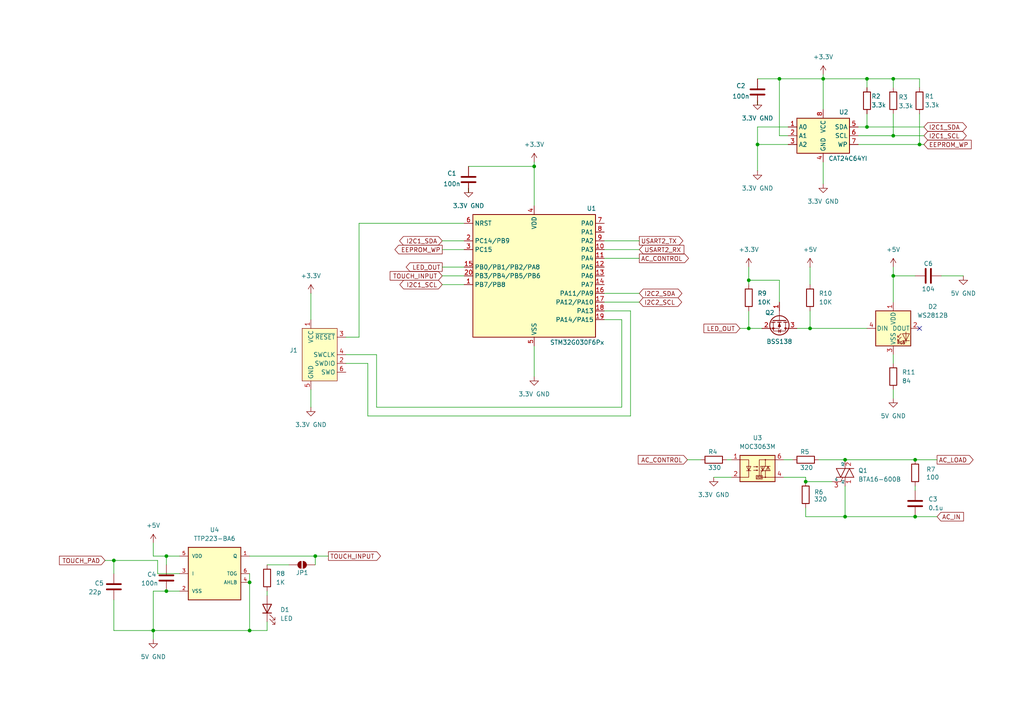
<source format=kicad_sch>
(kicad_sch (version 20231120) (generator "eeschema") (generator_version "8.0")
  (paper "A4")
  (title_block (title "Capactive Touch (AC-ON/OFF)") (date "2024-04-18") (rev "V0.1"))
  (lib_symbols
    (symbol "Connector:Conn_ARM_SWD_TagConnect_TC2030-NL" (in_bom no)
      (property "Reference" "J" (at 2.54 11.43 0))
      (property "Value" "Conn_ARM_SWD_TagConnect_TC2030-NL" (at 2.54 8.89 0))
      (symbol "Conn_ARM_SWD_TagConnect_TC2030-NL_0_0"
        (pin power_in line (at -2.54 10.16 270) (length 2.54) (name "VCC") (number "1"))
        (pin bidirectional line (at 7.62 -2.54 180) (length 2.54) (name "SWDIO") (number "2"))
        (pin open_collector line (at 7.62 5.08 180) (length 2.54) (name "~{RESET}") (number "3"))
        (pin output line (at 7.62 0 180) (length 2.54) (name "SWCLK") (number "4"))
        (pin power_in line (at -2.54 -10.16 90) (length 2.54) (name "GND") (number "5"))
        (pin input line (at 7.62 -5.08 180) (length 2.54) (name "SWO") (number "6"))
      )
      (symbol "Conn_ARM_SWD_TagConnect_TC2030-NL_0_1"
        (rectangle (start -5.08 7.62) (end 5.08 -7.62) (fill (type background)))
      )
    )
    (symbol "Device:C" (pin_numbers hide) (pin_names (offset 0.254))
      (property "Reference" "C" (at 0.635 2.54 0))
      (property "Value" "C" (at 0.635 -2.54 0))
      (symbol "C_0_1"
        (polyline (pts (xy -2.032 -0.762) (xy 2.032 -0.762)) (stroke (width 0.508)))
        (polyline (pts (xy -2.032 0.762) (xy 2.032 0.762)) (stroke (width 0.508)))
      )
      (symbol "C_1_1"
        (pin passive line (at 0 3.81 270) (length 2.794) (name "~") (number "1"))
        (pin passive line (at 0 -3.81 90) (length 2.794) (name "~") (number "2"))
      )
    )
    (symbol "Device:LED" (pin_numbers hide) (pin_names (offset 1.016) hide)
      (property "Reference" "D" (at 0 2.54 0))
      (property "Value" "LED" (at 0 -2.54 0))
      (symbol "LED_0_1"
        (polyline (pts (xy -1.27 -1.27) (xy -1.27 1.27)) (stroke (width 0.254)))
        (polyline (pts (xy -1.27 0) (xy 1.27 0)))
        (polyline (pts (xy 1.27 -1.27) (xy 1.27 1.27) (xy -1.27 0) (xy 1.27 -1.27)) (stroke (width 0.254)))
        (polyline (pts (xy -3.048 -0.762) (xy -4.572 -2.286) (xy -3.81 -2.286) (xy -4.572 -2.286) (xy -4.572 -1.524)))
        (polyline (pts (xy -1.778 -0.762) (xy -3.302 -2.286) (xy -2.54 -2.286) (xy -3.302 -2.286) (xy -3.302 -1.524)))
      )
      (symbol "LED_1_1"
        (pin passive line (at -3.81 0 0) (length 2.54) (name "K") (number "1"))
        (pin passive line (at 3.81 0 180) (length 2.54) (name "A") (number "2"))
      )
    )
    (symbol "Device:R" (pin_numbers hide) (pin_names (offset 0))
      (property "Reference" "R" (at 2.032 0 90))
      (property "Value" "R" (at 0 0 90))
      (symbol "R_0_1"
        (rectangle (start -1.016 -2.54) (end 1.016 2.54) (stroke (width 0.254)))
      )
      (symbol "R_1_1"
        (pin passive line (at 0 3.81 270) (length 1.27) (name "~") (number "1"))
        (pin passive line (at 0 -3.81 90) (length 1.27) (name "~") (number "2"))
      )
    )
    (symbol "Jumper:SolderJumper_2_Open" (pin_numbers hide) (pin_names (offset 0) hide) (exclude_from_sim yes) (in_bom no)
      (property "Reference" "JP" (at 0 2.032 0))
      (property "Value" "SolderJumper_2_Open" (at 0 -2.54 0))
      (symbol "SolderJumper_2_Open_0_1"
        (arc (start -0.254 1.016) (mid -1.2656 0) (end -0.254 -1.016))
        (arc (start -0.254 1.016) (mid -1.2656 0) (end -0.254 -1.016) (fill (type outline)))
        (polyline (pts (xy -0.254 1.016) (xy -0.254 -1.016)))
        (polyline (pts (xy 0.254 1.016) (xy 0.254 -1.016)))
        (arc (start 0.254 -1.016) (mid 1.2656 0) (end 0.254 1.016))
        (arc (start 0.254 -1.016) (mid 1.2656 0) (end 0.254 1.016) (fill (type outline)))
      )
      (symbol "SolderJumper_2_Open_1_1"
        (pin passive line (at -3.81 0 0) (length 2.54) (name "A") (number "1"))
        (pin passive line (at 3.81 0 180) (length 2.54) (name "B") (number "2"))
      )
    )
    (symbol "LED:WS2812B" (pin_names (offset 0.254))
      (property "Reference" "D" (at 5.08 5.715 0))
      (property "Value" "WS2812B" (at 1.27 -5.715 0))
      (symbol "WS2812B_0_0"
        (text "RGB" (at 2.286 -4.191 0) (effects (font (size 0.762 0.762))))
      )
      (symbol "WS2812B_0_1"
        (polyline (pts (xy 1.27 -3.556) (xy 1.778 -3.556)))
        (polyline (pts (xy 1.27 -2.54) (xy 1.778 -2.54)))
        (polyline (pts (xy 4.699 -3.556) (xy 2.667 -3.556)))
        (polyline (pts (xy 2.286 -2.54) (xy 1.27 -3.556) (xy 1.27 -3.048)))
        (polyline (pts (xy 2.286 -1.524) (xy 1.27 -2.54) (xy 1.27 -2.032)))
        (polyline (pts (xy 3.683 -1.016) (xy 3.683 -3.556) (xy 3.683 -4.064)))
        (polyline (pts (xy 4.699 -1.524) (xy 2.667 -1.524) (xy 3.683 -3.556) (xy 4.699 -1.524)))
        (rectangle (start 5.08 5.08) (end -5.08 -5.08) (stroke (width 0.254)) (fill (type background)))
      )
      (symbol "WS2812B_1_1"
        (pin power_in line (at 0 7.62 270) (length 2.54) (name "VDD") (number "1"))
        (pin output line (at 7.62 0 180) (length 2.54) (name "DOUT") (number "2"))
        (pin power_in line (at 0 -7.62 90) (length 2.54) (name "VSS") (number "3"))
        (pin input line (at -7.62 0 0) (length 2.54) (name "DIN") (number "4"))
      )
    )
    (symbol "MCU_ST_STM32G0:STM32G030F6Px"
      (property "Reference" "U" (at -17.78 19.05 0))
      (property "Value" "STM32G030F6Px" (at 2.54 19.05 0))
      (symbol "STM32G030F6Px_0_1"
        (rectangle (start -17.78 -17.78) (end 17.78 17.78) (stroke (width 0.254)) (fill (type background)))
      )
      (symbol "STM32G030F6Px_1_1"
        (pin bidirectional line (at -20.32 -2.54 0) (length 2.54) (name "PB7/PB8") (number "1"))
        (pin bidirectional line (at 20.32 7.62 180) (length 2.54) (name "PA3") (number "10"))
        (pin bidirectional line (at 20.32 5.08 180) (length 2.54) (name "PA4") (number "11"))
        (pin bidirectional line (at 20.32 2.54 180) (length 2.54) (name "PA5") (number "12"))
        (pin bidirectional line (at 20.32 0 180) (length 2.54) (name "PA6") (number "13"))
        (pin bidirectional line (at 20.32 -2.54 180) (length 2.54) (name "PA7") (number "14"))
        (pin bidirectional line (at -20.32 2.54 0) (length 2.54) (name "PB0/PB1/PB2/PA8") (number "15"))
        (pin bidirectional line (at 20.32 -5.08 180) (length 2.54) (name "PA11/PA9") (number "16"))
        (pin bidirectional line (at 20.32 -7.62 180) (length 2.54) (name "PA12/PA10") (number "17"))
        (pin bidirectional line (at 20.32 -10.16 180) (length 2.54) (name "PA13") (number "18"))
        (pin bidirectional line (at 20.32 -12.7 180) (length 2.54) (name "PA14/PA15") (number "19"))
        (pin bidirectional line (at -20.32 10.16 0) (length 2.54) (name "PC14/PB9") (number "2"))
        (pin bidirectional line (at -20.32 0 0) (length 2.54) (name "PB3/PB4/PB5/PB6") (number "20"))
        (pin bidirectional line (at -20.32 7.62 0) (length 2.54) (name "PC15") (number "3"))
        (pin power_in line (at 0 20.32 270) (length 2.54) (name "VDD") (number "4"))
        (pin power_in line (at 0 -20.32 90) (length 2.54) (name "VSS") (number "5"))
        (pin input line (at -20.32 15.24 0) (length 2.54) (name "NRST") (number "6"))
        (pin bidirectional line (at 20.32 15.24 180) (length 2.54) (name "PA0") (number "7"))
        (pin bidirectional line (at 20.32 12.7 180) (length 2.54) (name "PA1") (number "8"))
        (pin bidirectional line (at 20.32 10.16 180) (length 2.54) (name "PA2") (number "9"))
      )
    )
    (symbol "Memory_EEPROM:CAT24C128"
      (property "Reference" "U" (at -6.35 6.35 0))
      (property "Value" "CAT24C128" (at 1.27 6.35 0))
      (symbol "CAT24C128_1_1"
        (rectangle (start -7.62 5.08) (end 7.62 -5.08) (stroke (width 0.254)) (fill (type background)))
        (pin input line (at -10.16 2.54 0) (length 2.54) (name "A0") (number "1"))
        (pin input line (at -10.16 0 0) (length 2.54) (name "A1") (number "2"))
        (pin input line (at -10.16 -2.54 0) (length 2.54) (name "A2") (number "3"))
        (pin power_in line (at 0 -7.62 90) (length 2.54) (name "GND") (number "4"))
        (pin bidirectional line (at 10.16 2.54 180) (length 2.54) (name "SDA") (number "5"))
        (pin input line (at 10.16 0 180) (length 2.54) (name "SCL") (number "6"))
        (pin input line (at 10.16 -2.54 180) (length 2.54) (name "WP") (number "7"))
        (pin power_in line (at 0 7.62 270) (length 2.54) (name "VCC") (number "8"))
      )
    )
    (symbol "Relay_SolidState:MOC3063M"
      (property "Reference" "U" (at -5.08 5.08 0))
      (property "Value" "MOC3063M" (at 0 5.08 0))
      (symbol "MOC3063M_0_0"
        (rectangle (start -0.381 -2.032) (end 1.397 -3.048))
        (polyline (pts (xy 2.286 -2.54) (xy 1.397 -2.54)))
        (polyline (pts (xy 1.524 -0.635) (xy 1.016 -1.016) (xy 1.016 -2.032)))
        (text "ZCD" (at 0.508 -2.54 0) (effects (font (size 0.508 0.508))))
      )
      (symbol "MOC3063M_0_1"
        (rectangle (start -5.08 3.81) (end 5.08 -3.81) (stroke (width 0.254)) (fill (type background)))
        (polyline (pts (xy -3.175 -0.635) (xy -1.905 -0.635)))
        (polyline (pts (xy 1.524 -0.635) (xy 1.524 0.635)))
        (polyline (pts (xy 3.048 0.635) (xy 3.048 -0.635)))
        (polyline (pts (xy 2.286 -0.635) (xy 2.286 -2.54) (xy 5.08 -2.54)))
        (polyline (pts (xy 2.286 0.635) (xy 2.286 2.54) (xy 5.08 2.54)))
        (polyline (pts (xy 2.286 2.54) (xy 0.508 2.54) (xy 0.508 -2.032)))
        (polyline (pts (xy -5.08 2.54) (xy -2.54 2.54) (xy -2.54 -2.54) (xy -5.08 -2.54)))
        (polyline (pts (xy -2.54 -0.635) (xy -3.175 0.635) (xy -1.905 0.635) (xy -2.54 -0.635)))
        (polyline (pts (xy 0.889 -0.635) (xy 3.683 -0.635) (xy 3.048 0.635) (xy 2.413 -0.635)))
        (polyline (pts (xy 3.683 0.635) (xy 0.889 0.635) (xy 1.524 -0.635) (xy 2.159 0.635)))
        (polyline (pts (xy -1.143 -0.508) (xy 0.127 -0.508) (xy -0.254 -0.635) (xy -0.254 -0.381) (xy 0.127 -0.508)))
        (polyline (pts (xy -1.143 0.508) (xy 0.127 0.508) (xy -0.254 0.381) (xy -0.254 0.635) (xy 0.127 0.508)))
        (circle (center 2.286 -2.54) (radius 0.127))
        (circle (center 2.286 2.54) (radius 0.127))
      )
      (symbol "MOC3063M_1_1"
        (pin passive line (at -7.62 2.54 0) (length 2.54) (name "~") (number "1"))
        (pin passive line (at -7.62 -2.54 0) (length 2.54) (name "~") (number "2"))
        (pin no_connect line (at -5.08 0 0) (length 2.54) hide (name "NC") (number "3"))
        (pin passive line (at 7.62 -2.54 180) (length 2.54) (name "~") (number "4"))
        (pin no_connect line (at 5.08 0 180) (length 2.54) hide (name "NC") (number "5"))
        (pin passive line (at 7.62 2.54 180) (length 2.54) (name "~") (number "6"))
      )
    )
    (symbol "TTP223:TTP223-BA6" (pin_names (offset 1.016))
      (property "Reference" "U" (at -7.62 8.128 0))
      (property "Value" "TTP223-BA6" (at -7.62 -9.906 0))
      (symbol "TTP223-BA6_0_0"
        (rectangle (start -7.62 -7.62) (end 7.62 7.62) (stroke (width 0.254)) (fill (type background)))
        (pin output line (at 10.16 5.08 180) (length 2.54) (name "Q") (number "1"))
        (pin power_in line (at -10.16 -5.08 0) (length 2.54) (name "VSS") (number "2"))
        (pin bidirectional line (at -10.16 0 0) (length 2.54) (name "I") (number "3"))
        (pin input line (at 10.16 -2.54 180) (length 2.54) (name "AHLB") (number "4"))
        (pin power_in line (at -10.16 5.08 0) (length 2.54) (name "VDD") (number "5"))
        (pin input line (at 10.16 0 180) (length 2.54) (name "TOG") (number "6"))
      )
    )
    (symbol "Transistor_FET:BSS138" (pin_names hide)
      (property "Reference" "Q" (at 5.08 1.905 0))
      (property "Value" "BSS138" (at 5.08 0 0))
      (symbol "BSS138_0_1"
        (polyline (pts (xy 0.254 0) (xy -2.54 0)))
        (polyline (pts (xy 0.254 1.905) (xy 0.254 -1.905)) (stroke (width 0.254)))
        (polyline (pts (xy 0.762 -1.27) (xy 0.762 -2.286)) (stroke (width 0.254)))
        (polyline (pts (xy 0.762 0.508) (xy 0.762 -0.508)) (stroke (width 0.254)))
        (polyline (pts (xy 0.762 2.286) (xy 0.762 1.27)) (stroke (width 0.254)))
        (polyline (pts (xy 2.54 2.54) (xy 2.54 1.778)))
        (polyline (pts (xy 2.54 -2.54) (xy 2.54 0) (xy 0.762 0)))
        (polyline (pts (xy 0.762 -1.778) (xy 3.302 -1.778) (xy 3.302 1.778) (xy 0.762 1.778)))
        (polyline (pts (xy 1.016 0) (xy 2.032 0.381) (xy 2.032 -0.381) (xy 1.016 0)) (fill (type outline)))
        (polyline (pts (xy 2.794 0.508) (xy 2.921 0.381) (xy 3.683 0.381) (xy 3.81 0.254)))
        (polyline (pts (xy 3.302 0.381) (xy 2.921 -0.254) (xy 3.683 -0.254) (xy 3.302 0.381)))
        (circle (center 1.651 0) (radius 2.794) (stroke (width 0.254)))
        (circle (center 2.54 -1.778) (radius 0.254) (fill (type outline)))
        (circle (center 2.54 1.778) (radius 0.254) (fill (type outline)))
      )
      (symbol "BSS138_1_1"
        (pin input line (at -5.08 0 0) (length 2.54) (name "G") (number "1"))
        (pin passive line (at 2.54 -5.08 90) (length 2.54) (name "S") (number "2"))
        (pin passive line (at 2.54 5.08 270) (length 2.54) (name "D") (number "3"))
      )
    )
    (symbol "Triac_Thyristor:BTA16-600B" (pin_names (offset 0))
      (property "Reference" "Q" (at 5.08 1.905 0))
      (property "Value" "BTA16-600B" (at 5.08 0 0))
      (symbol "BTA16-600B_0_1"
        (polyline (pts (xy -2.54 -1.27) (xy 2.54 -1.27)) (stroke (width 0.2032)))
        (polyline (pts (xy -2.54 1.27) (xy 2.54 1.27)) (stroke (width 0.2032)))
        (polyline (pts (xy -1.27 -2.54) (xy -0.635 -1.27)))
        (polyline (pts (xy -2.54 1.27) (xy -1.27 -1.27) (xy 0 1.27)) (stroke (width 0.2032)))
        (polyline (pts (xy 0 -1.27) (xy 1.27 1.27) (xy 2.54 -1.27)) (stroke (width 0.2032)))
      )
      (symbol "BTA16-600B_1_1"
        (pin passive line (at 0 -3.81 90) (length 2.54) (name "A1") (number "1"))
        (pin passive line (at 0 3.81 270) (length 2.54) (name "A2") (number "2"))
        (pin input line (at -3.81 -2.54 0) (length 2.54) (name "G") (number "3"))
      )
    )
    (symbol "power:+3.3V" (power) (pin_numbers hide) (pin_names (offset 0) hide)
      (property "Value" "+3.3V" (at 0 3.556 0))
      (symbol "+3.3V_0_1"
        (polyline (pts (xy -0.762 1.27) (xy 0 2.54)))
        (polyline (pts (xy 0 0) (xy 0 2.54)))
        (polyline (pts (xy 0 2.54) (xy 0.762 1.27)))
      )
      (symbol "+3.3V_1_1"
        (pin power_in line (at 0 0 90) (length 0) (name "~") (number "1"))
      )
    )
    (symbol "power:+5V" (power) (pin_numbers hide) (pin_names (offset 0) hide)
      (property "Value" "+5V" (at 0 3.556 0))
      (symbol "+5V_0_1"
        (polyline (pts (xy -0.762 1.27) (xy 0 2.54)))
        (polyline (pts (xy 0 0) (xy 0 2.54)))
        (polyline (pts (xy 0 2.54) (xy 0.762 1.27)))
      )
      (symbol "+5V_1_1"
        (pin power_in line (at 0 0 90) (length 0) (name "~") (number "1"))
      )
    )
    (symbol "power:GND" (power) (pin_numbers hide) (pin_names (offset 0) hide)
      (property "Value" "GND" (at 0 -3.81 0))
      (symbol "GND_0_1"
        (polyline (pts (xy 0 0) (xy 0 -1.27) (xy 1.27 -1.27) (xy 0 -2.54) (xy -1.27 -1.27) (xy 0 -1.27)))
      )
      (symbol "GND_1_1"
        (pin power_in line (at 0 0 270) (length 0) (name "~") (number "1"))
      )
    )
  )
  (junction (at 33.02 162.56))
  (junction (at 266.7 41.91))
  (junction (at 48.26 171.45))
  (junction (at 259.08 22.86))
  (junction (at 48.26 161.29))
  (junction (at 219.71 41.91))
  (junction (at 226.06 22.86))
  (junction (at 217.17 81.28))
  (junction (at 234.95 95.25))
  (junction (at 72.39 182.88))
  (junction (at 259.08 39.37))
  (junction (at 238.76 22.86))
  (junction (at 72.39 168.91))
  (junction (at 154.94 48.26))
  (junction (at 265.43 133.35))
  (junction (at 259.08 80.01))
  (junction (at 91.44 161.29))
  (junction (at 217.17 95.25))
  (junction (at 265.43 149.86))
  (junction (at 251.46 36.83))
  (junction (at 245.11 149.86))
  (junction (at 44.45 182.88))
  (junction (at 245.11 133.35))
  (junction (at 251.46 22.86))
  (junction (at 233.68 139.7))
  (no_connect (at 266.7 95.25))
  (wire (pts (xy 238.76 21.59) (xy 238.76 22.86)))
  (wire (pts (xy 207.01 138.43) (xy 212.09 138.43)))
  (wire (pts (xy 109.22 102.87) (xy 109.22 118.11)))
  (wire (pts (xy 182.88 120.65) (xy 182.88 90.17)))
  (wire (pts (xy 251.46 33.02) (xy 251.46 36.83)))
  (wire (pts (xy 128.27 82.55) (xy 134.62 82.55)))
  (wire (pts (xy 48.26 161.29) (xy 48.26 163.83)))
  (wire (pts (xy 100.33 102.87) (xy 109.22 102.87)))
  (wire (pts (xy 238.76 46.99) (xy 238.76 53.34)))
  (wire (pts (xy 265.43 149.86) (xy 271.78 149.86)))
  (wire (pts (xy 266.7 41.91) (xy 267.97 41.91)))
  (wire (pts (xy 210.82 133.35) (xy 212.09 133.35)))
  (wire (pts (xy 72.39 182.88) (xy 44.45 182.88)))
  (wire (pts (xy 219.71 29.21) (xy 219.71 30.48)))
  (wire (pts (xy 219.71 41.91) (xy 219.71 49.53)))
  (wire (pts (xy 259.08 113.03) (xy 259.08 115.57)))
  (wire (pts (xy 128.27 69.85) (xy 134.62 69.85)))
  (wire (pts (xy 91.44 161.29) (xy 91.44 163.83)))
  (wire (pts (xy 106.68 105.41) (xy 106.68 120.65)))
  (wire (pts (xy 248.92 36.83) (xy 251.46 36.83)))
  (wire (pts (xy 135.89 48.26) (xy 154.94 48.26)))
  (wire (pts (xy 265.43 133.35) (xy 271.78 133.35)))
  (wire (pts (xy 72.39 168.91) (xy 72.39 182.88)))
  (wire (pts (xy 251.46 22.86) (xy 259.08 22.86)))
  (wire (pts (xy 104.14 64.77) (xy 134.62 64.77)))
  (wire (pts (xy 217.17 77.47) (xy 217.17 81.28)))
  (wire (pts (xy 72.39 166.37) (xy 72.39 168.91)))
  (wire (pts (xy 154.94 48.26) (xy 154.94 59.69)))
  (wire (pts (xy 128.27 72.39) (xy 134.62 72.39)))
  (wire (pts (xy 128.27 77.47) (xy 134.62 77.47)))
  (wire (pts (xy 226.06 87.63) (xy 226.06 81.28)))
  (wire (pts (xy 77.47 180.34) (xy 77.47 182.88)))
  (wire (pts (xy 234.95 90.17) (xy 234.95 95.25)))
  (wire (pts (xy 217.17 90.17) (xy 217.17 95.25)))
  (wire (pts (xy 77.47 171.45) (xy 77.47 172.72)))
  (wire (pts (xy 72.39 161.29) (xy 91.44 161.29)))
  (wire (pts (xy 182.88 90.17) (xy 175.26 90.17)))
  (wire (pts (xy 266.7 25.4) (xy 266.7 22.86)))
  (wire (pts (xy 266.7 33.02) (xy 266.7 41.91)))
  (wire (pts (xy 175.26 87.63) (xy 185.42 87.63)))
  (wire (pts (xy 219.71 36.83) (xy 219.71 41.91)))
  (wire (pts (xy 30.48 162.56) (xy 33.02 162.56)))
  (wire (pts (xy 233.68 149.86) (xy 245.11 149.86)))
  (wire (pts (xy 259.08 77.47) (xy 259.08 80.01)))
  (wire (pts (xy 227.33 138.43) (xy 233.68 138.43)))
  (wire (pts (xy 90.17 113.03) (xy 90.17 118.11)))
  (wire (pts (xy 217.17 95.25) (xy 220.98 95.25)))
  (wire (pts (xy 48.26 161.29) (xy 44.45 161.29)))
  (wire (pts (xy 104.14 97.79) (xy 104.14 64.77)))
  (wire (pts (xy 259.08 22.86) (xy 259.08 25.4)))
  (wire (pts (xy 265.43 140.97) (xy 265.43 142.24)))
  (wire (pts (xy 245.11 133.35) (xy 265.43 133.35)))
  (wire (pts (xy 248.92 41.91) (xy 266.7 41.91)))
  (wire (pts (xy 175.26 72.39) (xy 185.42 72.39)))
  (wire (pts (xy 228.6 39.37) (xy 226.06 39.37)))
  (wire (pts (xy 33.02 162.56) (xy 45.72 162.56)))
  (wire (pts (xy 135.89 54.61) (xy 135.89 55.88)))
  (wire (pts (xy 233.68 139.7) (xy 241.3 139.7)))
  (wire (pts (xy 238.76 22.86) (xy 251.46 22.86)))
  (wire (pts (xy 273.05 80.01) (xy 279.4 80.01)))
  (wire (pts (xy 90.17 85.09) (xy 90.17 92.71)))
  (wire (pts (xy 259.08 39.37) (xy 267.97 39.37)))
  (wire (pts (xy 33.02 162.56) (xy 33.02 166.37)))
  (wire (pts (xy 226.06 81.28) (xy 217.17 81.28)))
  (wire (pts (xy 44.45 182.88) (xy 44.45 171.45)))
  (wire (pts (xy 199.39 133.35) (xy 203.2 133.35)))
  (wire (pts (xy 44.45 185.42) (xy 44.45 182.88)))
  (wire (pts (xy 231.14 95.25) (xy 234.95 95.25)))
  (wire (pts (xy 226.06 39.37) (xy 226.06 22.86)))
  (wire (pts (xy 100.33 105.41) (xy 106.68 105.41)))
  (wire (pts (xy 109.22 118.11) (xy 180.34 118.11)))
  (wire (pts (xy 180.34 92.71) (xy 175.26 92.71)))
  (wire (pts (xy 48.26 171.45) (xy 52.07 171.45)))
  (wire (pts (xy 52.07 166.37) (xy 45.72 166.37)))
  (wire (pts (xy 245.11 149.86) (xy 265.43 149.86)))
  (wire (pts (xy 227.33 133.35) (xy 229.87 133.35)))
  (wire (pts (xy 259.08 80.01) (xy 265.43 80.01)))
  (wire (pts (xy 251.46 22.86) (xy 251.46 25.4)))
  (wire (pts (xy 33.02 173.99) (xy 33.02 182.88)))
  (wire (pts (xy 180.34 118.11) (xy 180.34 92.71)))
  (wire (pts (xy 237.49 133.35) (xy 245.11 133.35)))
  (wire (pts (xy 77.47 163.83) (xy 83.82 163.83)))
  (wire (pts (xy 175.26 69.85) (xy 185.42 69.85)))
  (wire (pts (xy 251.46 36.83) (xy 267.97 36.83)))
  (wire (pts (xy 44.45 161.29) (xy 44.45 157.48)))
  (wire (pts (xy 233.68 147.32) (xy 233.68 149.86)))
  (wire (pts (xy 154.94 100.33) (xy 154.94 109.22)))
  (wire (pts (xy 259.08 22.86) (xy 266.7 22.86)))
  (wire (pts (xy 226.06 22.86) (xy 238.76 22.86)))
  (wire (pts (xy 175.26 85.09) (xy 185.42 85.09)))
  (wire (pts (xy 175.26 74.93) (xy 185.42 74.93)))
  (wire (pts (xy 259.08 102.87) (xy 259.08 105.41)))
  (wire (pts (xy 238.76 22.86) (xy 238.76 31.75)))
  (wire (pts (xy 91.44 161.29) (xy 95.25 161.29)))
  (wire (pts (xy 228.6 36.83) (xy 219.71 36.83)))
  (wire (pts (xy 248.92 39.37) (xy 259.08 39.37)))
  (wire (pts (xy 234.95 95.25) (xy 251.46 95.25)))
  (wire (pts (xy 259.08 80.01) (xy 259.08 87.63)))
  (wire (pts (xy 128.27 80.01) (xy 134.62 80.01)))
  (wire (pts (xy 33.02 182.88) (xy 44.45 182.88)))
  (wire (pts (xy 154.94 46.99) (xy 154.94 48.26)))
  (wire (pts (xy 219.71 22.86) (xy 226.06 22.86)))
  (wire (pts (xy 45.72 166.37) (xy 45.72 162.56)))
  (wire (pts (xy 219.71 41.91) (xy 228.6 41.91)))
  (wire (pts (xy 214.63 95.25) (xy 217.17 95.25)))
  (wire (pts (xy 100.33 97.79) (xy 104.14 97.79)))
  (wire (pts (xy 52.07 161.29) (xy 48.26 161.29)))
  (wire (pts (xy 259.08 33.02) (xy 259.08 39.37)))
  (wire (pts (xy 217.17 81.28) (xy 217.17 82.55)))
  (wire (pts (xy 44.45 171.45) (xy 48.26 171.45)))
  (wire (pts (xy 106.68 120.65) (xy 182.88 120.65)))
  (wire (pts (xy 233.68 138.43) (xy 233.68 139.7)))
  (wire (pts (xy 77.47 182.88) (xy 72.39 182.88)))
  (wire (pts (xy 234.95 77.47) (xy 234.95 82.55)))
  (wire (pts (xy 245.11 140.97) (xy 245.11 149.86)))
  (global_label "EEPROM_WP" (shape input) (at 267.97 41.91 0) (property "Intersheetrefs" "${INTERSHEET_REFS}" (effects (hide yes))))
  (global_label "LED_OUT" (shape output) (at 128.27 77.47 180) (property "Intersheetrefs" "${INTERSHEET_REFS}" (effects (hide yes))))
  (global_label "TOUCH_INPUT" (shape output) (at 95.25 161.29 0) (property "Intersheetrefs" "${INTERSHEET_REFS}" (effects (hide yes))))
  (global_label "I2C1_SCL" (shape bidirectional) (at 267.97 39.37 0) (property "Intersheetrefs" "${INTERSHEET_REFS}" (effects (hide yes))))
  (global_label "AC_CONTROL" (shape output) (at 185.42 74.93 0) (property "Intersheetrefs" "${INTERSHEET_REFS}" (effects (hide yes))))
  (global_label "I2C1_SDA" (shape bidirectional) (at 267.97 36.83 0) (property "Intersheetrefs" "${INTERSHEET_REFS}" (effects (hide yes))))
  (global_label "AC_IN" (shape input) (at 271.78 149.86 0) (property "Intersheetrefs" "${INTERSHEET_REFS}" (effects (hide yes))))
  (global_label "I2C1_SCL" (shape bidirectional) (at 128.27 82.55 180) (property "Intersheetrefs" "${INTERSHEET_REFS}" (effects (hide yes))))
  (global_label "I2C2_SCL" (shape bidirectional) (at 185.42 87.63 0) (property "Intersheetrefs" "${INTERSHEET_REFS}" (effects (hide yes))))
  (global_label "TOUCH_INPUT" (shape input) (at 128.27 80.01 180) (property "Intersheetrefs" "${INTERSHEET_REFS}" (effects (hide yes))))
  (global_label "AC_LOAD" (shape output) (at 271.78 133.35 0) (property "Intersheetrefs" "${INTERSHEET_REFS}" (effects (hide yes))))
  (global_label "USART2_RX" (shape input) (at 185.42 72.39 0) (property "Intersheetrefs" "${INTERSHEET_REFS}" (effects (hide yes))))
  (global_label "TOUCH_PAD" (shape input) (at 30.48 162.56 180) (property "Intersheetrefs" "${INTERSHEET_REFS}" (effects (hide yes))))
  (global_label "I2C2_SDA" (shape bidirectional) (at 185.42 85.09 0) (property "Intersheetrefs" "${INTERSHEET_REFS}" (effects (hide yes))))
  (global_label "LED_OUT" (shape input) (at 214.63 95.25 180) (property "Intersheetrefs" "${INTERSHEET_REFS}" (effects (hide yes))))
  (global_label "I2C1_SDA" (shape bidirectional) (at 128.27 69.85 180) (property "Intersheetrefs" "${INTERSHEET_REFS}" (effects (hide yes))))
  (global_label "AC_CONTROL" (shape input) (at 199.39 133.35 180) (property "Intersheetrefs" "${INTERSHEET_REFS}" (effects (hide yes))))
  (global_label "USART2_TX" (shape output) (at 185.42 69.85 0) (property "Intersheetrefs" "${INTERSHEET_REFS}" (effects (hide yes))))
  (global_label "EEPROM_WP" (shape output) (at 128.27 72.39 180) (property "Intersheetrefs" "${INTERSHEET_REFS}" (effects (hide yes))))
  (symbol (lib_id "Jumper:SolderJumper_2_Open") (at 87.63 163.83 180) (unit 1) (exclude_from_sim yes) (in_bom no)
    (property "Reference" "JP1" (at 87.63 166.116 0))
    (property "Value" "SolderJumper_2_Open" (effects (hide yes)))
    (property "Description" "Solder Jumper, 2-pole, open" (effects (hide yes)))
  )
  (symbol (lib_id "Device:C") (at 265.43 146.05 0) (unit 1)
    (property "Reference" "C3" (at 269.24 144.7799 0) (effects (justify left)))
    (property "Value" "0.1u" (at 269.24 147.3199 0) (effects (justify left)))
    (property "Description" "Unpolarized capacitor" (effects (hide yes)))
  )
  (symbol (lib_id "power:+5V") (at 259.08 77.47 0) (unit 1)
    (property "Reference" "#PWR015" (effects (hide yes)))
    (property "Value" "+5V" (at 259.08 72.39 0))
    (property "Description" "Power symbol creates a global label with name \"+5V\"" (effects (hide yes)))
  )
  (symbol (lib_id "power:+3.3V") (at 154.94 46.99 0) (unit 1)
    (property "Reference" "#PWR02" (effects (hide yes)))
    (property "Value" "+3.3V" (at 154.94 41.91 0))
    (property "Description" "Power symbol creates a global label with name \"+3.3V\"" (effects (hide yes)))
  )
  (symbol (lib_id "power:GND") (at 90.17 118.11 0) (unit 1)
    (property "Reference" "#PWR04" (effects (hide yes)))
    (property "Value" "3.3V GND" (at 90.17 123.19 0))
    (property "Description" "Power symbol creates a global label with name \"GND\" , ground" (effects (hide yes)))
  )
  (symbol (lib_id "Device:LED") (at 77.47 176.53 90) (unit 1)
    (property "Reference" "D1" (at 81.28 176.8474 90) (effects (justify right)))
    (property "Value" "LED" (at 81.28 179.3874 90) (effects (justify right)))
    (property "Description" "Light emitting diode" (effects (hide yes)))
  )
  (symbol (lib_id "Device:R") (at 207.01 133.35 90) (unit 1)
    (property "Reference" "R4" (at 206.756 131.064 90))
    (property "Value" "330" (at 207.264 135.636 90))
    (property "Description" "Resistor" (effects (hide yes)))
  )
  (symbol (lib_id "Device:R") (at 265.43 137.16 180) (unit 1)
    (property "Reference" "R7" (at 270.002 136.144 0))
    (property "Value" "100" (at 270.51 138.43 0))
    (property "Description" "Resistor" (effects (hide yes)))
  )
  (symbol (lib_id "Device:R") (at 266.7 29.21 0) (unit 1)
    (property "Reference" "R1" (at 268.224 27.94 0) (effects (justify left)))
    (property "Value" "3.3k" (at 268.224 30.48 0) (effects (justify left)))
    (property "Description" "Resistor" (effects (hide yes)))
  )
  (symbol (lib_id "Device:C") (at 219.71 26.67 180) (unit 1)
    (property "Reference" "C2" (at 214.884 24.892 0))
    (property "Value" "100n" (at 214.884 27.94 0))
    (property "Description" "Unpolarized capacitor" (effects (hide yes)))
  )
  (symbol (lib_id "power:+3.3V") (at 217.17 77.47 0) (unit 1)
    (property "Reference" "#PWR014" (effects (hide yes)))
    (property "Value" "+3.3V" (at 217.17 72.39 0))
    (property "Description" "Power symbol creates a global label with name \"+3.3V\"" (effects (hide yes)))
  )
  (symbol (lib_id "MCU_ST_STM32G0:STM32G030F6Px") (at 154.94 80.01 0) (unit 1)
    (property "Reference" "U1" (at 170.18 60.452 0) (effects (justify left)))
    (property "Value" "STM32G030F6Px" (at 159.512 99.314 0) (effects (justify left)))
    (property "Footprint" "Package_SO:TSSOP-20_4.4x6.5mm_P0.65mm" (effects (hide yes)))
    (property "Datasheet" "https://www.st.com/resource/en/datasheet/stm32g030f6.pdf" (effects (hide yes)))
    (property "Description" "STMicroelectronics Arm Cortex-M0+ MCU, 32KB flash, 8KB RAM, 64 MHz, 2.0-3.6V, 17 GPIO, TSSOP20" (effects (hide yes)))
  )
  (symbol (lib_id "power:+3.3V") (at 238.76 21.59 0) (unit 1)
    (property "Reference" "#PWR08" (effects (hide yes)))
    (property "Value" "+3.3V" (at 238.76 16.51 0))
    (property "Description" "Power symbol creates a global label with name \"+3.3V\"" (effects (hide yes)))
  )
  (symbol (lib_id "Device:C") (at 269.24 80.01 90) (unit 1)
    (property "Reference" "C6" (at 269.24 76.454 90))
    (property "Value" "104" (at 269.24 83.82 90))
    (property "Description" "Unpolarized capacitor" (effects (hide yes)))
  )
  (symbol (lib_id "Device:R") (at 259.08 109.22 0) (unit 1)
    (property "Reference" "R11" (at 261.62 107.9499 0) (effects (justify left)))
    (property "Value" "84" (at 261.62 110.4899 0) (effects (justify left)))
    (property "Description" "Resistor" (effects (hide yes)))
  )
  (symbol (lib_id "power:+3.3V") (at 90.17 85.09 0) (unit 1)
    (property "Reference" "#PWR05" (effects (hide yes)))
    (property "Value" "+3.3V" (at 90.17 80.01 0))
    (property "Description" "Power symbol creates a global label with name \"+3.3V\"" (effects (hide yes)))
  )
  (symbol (lib_id "power:GND") (at 207.01 138.43 0) (unit 1)
    (property "Reference" "#PWR010" (effects (hide yes)))
    (property "Value" "3.3V GND" (at 207.01 143.51 0))
    (property "Description" "Power symbol creates a global label with name \"GND\" , ground" (effects (hide yes)))
  )
  (symbol (lib_id "Connector:Conn_ARM_SWD_TagConnect_TC2030-NL") (at 92.71 102.87 0) (unit 1) (in_bom no)
    (property "Reference" "J1" (at 86.36 101.5999 0) (effects (justify right)))
    (property "Value" "Conn_ARM_SWD_TagConnect_TC2030-NL" (effects (hide yes)))
    (property "Footprint" "Connector:Tag-Connect_TC2030-IDC-NL_2x03_P1.27mm_Vertical" (effects (hide yes)))
    (property "Datasheet" "https://www.tag-connect.com/wp-content/uploads/bsk-pdf-manager/TC2030-CTX_1.pdf" (effects (hide yes)))
    (property "Description" "Tag-Connect ARM Cortex SWD JTAG connector, 6 pin, no legs" (effects (hide yes)))
  )
  (symbol (lib_id "Triac_Thyristor:BTA16-600B") (at 245.11 137.16 0) (unit 1)
    (property "Reference" "Q1" (at 248.92 136.4741 0) (effects (justify left)))
    (property "Value" "BTA16-600B" (at 248.92 139.0141 0) (effects (justify left)))
    (property "Footprint" "Package_TO_SOT_THT:TO-220-3_Horizontal_TabDown" (effects (hide yes)))
    (property "Datasheet" "https://www.st.com/resource/en/datasheet/bta16.pdf" (effects (hide yes)))
    (property "Description" "16A RMS, 600V Off-State Voltage, 50mA Sensitivity, Insulated, Triac, TO-220" (effects (hide yes)))
  )
  (symbol (lib_id "power:GND") (at 259.08 115.57 0) (unit 1)
    (property "Reference" "#PWR017" (effects (hide yes)))
    (property "Value" "5V GND" (at 259.08 120.65 0))
    (property "Description" "Power symbol creates a global label with name \"GND\" , ground" (effects (hide yes)))
  )
  (symbol (lib_id "Device:R") (at 217.17 86.36 0) (unit 1)
    (property "Reference" "R9" (at 219.71 85.0899 0) (effects (justify left)))
    (property "Value" "10K" (at 219.71 87.6299 0) (effects (justify left)))
    (property "Description" "Resistor" (effects (hide yes)))
  )
  (symbol (lib_id "power:GND") (at 219.71 29.21 0) (unit 1)
    (property "Reference" "#PWR07" (effects (hide yes)))
    (property "Value" "3.3V GND" (at 219.71 34.29 0))
    (property "Description" "Power symbol creates a global label with name \"GND\" , ground" (effects (hide yes)))
  )
  (symbol (lib_id "Device:R") (at 77.47 167.64 0) (unit 1)
    (property "Reference" "R8" (at 80.01 166.3699 0) (effects (justify left)))
    (property "Value" "1K" (at 80.01 168.9099 0) (effects (justify left)))
    (property "Description" "Resistor" (effects (hide yes)))
  )
  (symbol (lib_id "Memory_EEPROM:CAT24C128") (at 238.76 39.37 0) (unit 1)
    (property "Reference" "U2" (at 243.332 32.512 0) (effects (justify left)))
    (property "Value" "CAT24C64YI" (at 240.284 45.974 0) (effects (justify left)))
    (property "Datasheet" "https://www.onsemi.com/pub/Collateral/CAT24C128-D.PDF" (effects (hide yes)))
    (property "Description" "128 kb CMOS Serial EEPROM, SOIC-8/TSSOP-8/DFN-8" (effects (hide yes)))
  )
  (symbol (lib_id "Device:C") (at 33.02 170.18 0) (unit 1)
    (property "Reference" "C5" (at 27.432 169.164 0) (effects (justify left)))
    (property "Value" "22p" (at 25.654 171.704 0) (effects (justify left)))
    (property "Description" "Unpolarized capacitor" (effects (hide yes)))
  )
  (symbol (lib_id "power:GND") (at 219.71 49.53 0) (unit 1)
    (property "Reference" "#PWR09" (effects (hide yes)))
    (property "Value" "3.3V GND" (at 219.71 54.61 0))
    (property "Description" "Power symbol creates a global label with name \"GND\" , ground" (effects (hide yes)))
  )
  (symbol (lib_id "power:+5V") (at 234.95 77.47 0) (unit 1)
    (property "Reference" "#PWR013" (effects (hide yes)))
    (property "Value" "+5V" (at 234.95 72.39 0))
    (property "Description" "Power symbol creates a global label with name \"+5V\"" (effects (hide yes)))
  )
  (symbol (lib_id "Device:R") (at 233.68 133.35 90) (unit 1)
    (property "Reference" "R5" (at 233.426 131.064 90))
    (property "Value" "320" (at 233.934 135.636 90))
    (property "Description" "Resistor" (effects (hide yes)))
  )
  (symbol (lib_id "power:GND") (at 279.4 80.01 0) (unit 1)
    (property "Reference" "#PWR016" (effects (hide yes)))
    (property "Value" "5V GND" (at 279.4 85.09 0))
    (property "Description" "Power symbol creates a global label with name \"GND\" , ground" (effects (hide yes)))
  )
  (symbol (lib_id "Device:R") (at 234.95 86.36 0) (unit 1)
    (property "Reference" "R10" (at 237.49 85.0899 0) (effects (justify left)))
    (property "Value" "10K" (at 237.49 87.6299 0) (effects (justify left)))
    (property "Description" "Resistor" (effects (hide yes)))
  )
  (symbol (lib_id "power:GND") (at 238.76 53.34 0) (unit 1)
    (property "Reference" "#PWR06" (effects (hide yes)))
    (property "Value" "3.3V GND" (at 238.76 58.42 0))
    (property "Description" "Power symbol creates a global label with name \"GND\" , ground" (effects (hide yes)))
  )
  (symbol (lib_id "Device:C") (at 48.26 167.64 0) (unit 1)
    (property "Reference" "C4" (at 42.672 166.624 0) (effects (justify left)))
    (property "Value" "100n" (at 40.894 169.164 0) (effects (justify left)))
    (property "Description" "Unpolarized capacitor" (effects (hide yes)))
  )
  (symbol (lib_id "Device:R") (at 233.68 143.51 180) (unit 1)
    (property "Reference" "R6" (at 237.49 142.748 0))
    (property "Value" "320" (at 237.998 144.78 0))
    (property "Description" "Resistor" (effects (hide yes)))
  )
  (symbol (lib_id "Device:R") (at 259.08 29.21 0) (unit 1)
    (property "Reference" "R3" (at 260.604 28.194 0) (effects (justify left)))
    (property "Value" "3.3k" (at 260.604 30.734 0) (effects (justify left)))
    (property "Description" "Resistor" (effects (hide yes)))
  )
  (symbol (lib_id "power:GND") (at 44.45 185.42 0) (unit 1)
    (property "Reference" "#PWR012" (effects (hide yes)))
    (property "Value" "5V GND" (at 44.45 190.5 0))
    (property "Description" "Power symbol creates a global label with name \"GND\" , ground" (effects (hide yes)))
  )
  (symbol (lib_id "power:GND") (at 135.89 54.61 0) (unit 1)
    (property "Reference" "#PWR03" (effects (hide yes)))
    (property "Value" "3.3V GND" (at 135.89 59.69 0))
    (property "Description" "Power symbol creates a global label with name \"GND\" , ground" (effects (hide yes)))
  )
  (symbol (lib_id "TTP223:TTP223-BA6") (at 62.23 166.37 0) (unit 1)
    (property "Reference" "U4" (at 62.23 153.67 0))
    (property "Value" "TTP223-BA6" (at 62.23 156.21 0))
    (property "Footprint" "TTP223-BA6:SOT23-6" (effects (hide yes)))
    (property "MF" "tontek" (effects (hide yes)))
    (property "Description_1" "\n" (effects (hide yes)))
    (property "LIB" "CID" (effects (hide yes)))
    (property "Package" "None" (effects (hide yes)))
    (property "Price" "None" (effects (hide yes)))
    (property "SnapEDA_Link" "https://www.snapeda.com/parts/TTP223-BA6/TONTEK/view-part/?ref=snap" (effects (hide yes)))
    (property "MP" "TTP223-BA6" (effects (hide yes)))
    (property "Availability" "Not in stock" (effects (hide yes)))
    (property "Check_prices" "https://www.snapeda.com/parts/TTP223-BA6/TONTEK/view-part/?ref=eda" (effects (hide yes)))
  )
  (symbol (lib_id "power:GND") (at 154.94 109.22 0) (unit 1)
    (property "Reference" "#PWR01" (effects (hide yes)))
    (property "Value" "3.3V GND" (at 154.94 114.3 0))
    (property "Description" "Power symbol creates a global label with name \"GND\" , ground" (effects (hide yes)))
  )
  (symbol (lib_id "Device:R") (at 251.46 29.21 0) (unit 1)
    (property "Reference" "R2" (at 252.73 27.94 0) (effects (justify left)))
    (property "Value" "3.3k" (at 252.73 30.48 0) (effects (justify left)))
    (property "Description" "Resistor" (effects (hide yes)))
  )
  (symbol (lib_id "Relay_SolidState:MOC3063M") (at 219.71 135.89 0) (unit 1)
    (property "Reference" "U3" (at 219.71 127 0))
    (property "Value" "MOC3063M" (at 219.71 129.54 0))
    (property "Footprint" "Package_DIP:SMDIP-6_W9.53mm_Clearance8mm" (effects (hide yes)))
    (property "Datasheet" "https://www.onsemi.com/pub/Collateral/MOC3163M-D.pdf" (effects (hide yes)))
    (property "Description" "Zero Cross Opto-Triac, Vdrm 600V, Ift 5mA, DIP6" (effects (hide yes)))
  )
  (symbol (lib_id "Transistor_FET:BSS138") (at 226.06 92.71 270) (unit 1)
    (property "Reference" "Q2" (at 223.266 90.678 90))
    (property "Value" "BSS138" (at 226.06 99.06 90))
    (property "Footprint" "Package_TO_SOT_SMD:SOT-23" (effects (hide yes)))
    (property "Datasheet" "https://www.onsemi.com/pub/Collateral/BSS138-D.PDF" (effects (hide yes)))
    (property "Description" "50V Vds, 0.22A Id, N-Channel MOSFET, SOT-23" (effects (hide yes)))
  )
  (symbol (lib_id "LED:WS2812B") (at 259.08 95.25 0) (unit 1)
    (property "Reference" "D2" (at 270.51 88.9314 0))
    (property "Value" "WS2812B" (at 270.51 91.4714 0))
    (property "Footprint" "LED_SMD:LED_WS2812B_PLCC4_5.0x5.0mm_P3.2mm" (effects (hide yes)))
    (property "Datasheet" "https://cdn-shop.adafruit.com/datasheets/WS2812B.pdf" (effects (hide yes)))
    (property "Description" "RGB LED with integrated controller" (effects (hide yes)))
  )
  (symbol (lib_id "Device:C") (at 135.89 52.07 180) (unit 1)
    (property "Reference" "C1" (at 131.064 50.292 0))
    (property "Value" "100n" (at 131.064 53.34 0))
    (property "Description" "Unpolarized capacitor" (effects (hide yes)))
  )
  (symbol (lib_id "power:+5V") (at 44.45 157.48 0) (unit 1)
    (property "Reference" "#PWR011" (effects (hide yes)))
    (property "Value" "+5V" (at 44.45 152.4 0))
    (property "Description" "Power symbol creates a global label with name \"+5V\"" (effects (hide yes)))
  )
)
</source>
